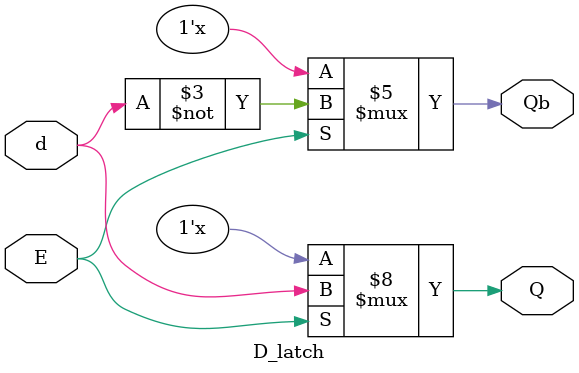
<source format=v>
`timescale 1ns / 1ps
module D_latch (d, E, Q, Qb);
	input d, E;
	output Q, Qb;
	reg Q, Qb;
	always @ (d, E) begin
		if (E == 1) begin
			Q = d;
			Qb = ~ Q; 
		end
	end
endmodule
</source>
